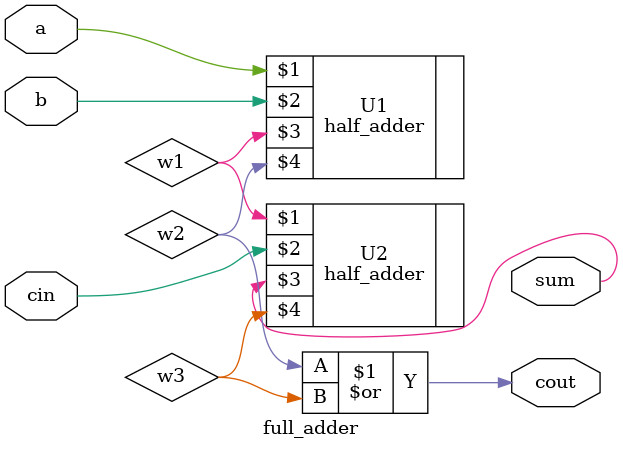
<source format=v>
`timescale 1ns / 1ps
module full_adder(a,b,cin,sum,cout);
   input a,b,cin;
	output sum,cout;
	
	half_adder U1(a,b,w1,w2);
	half_adder U2(w1,cin,sum,w3);
	or U3(cout,w2,w3);


endmodule

</source>
